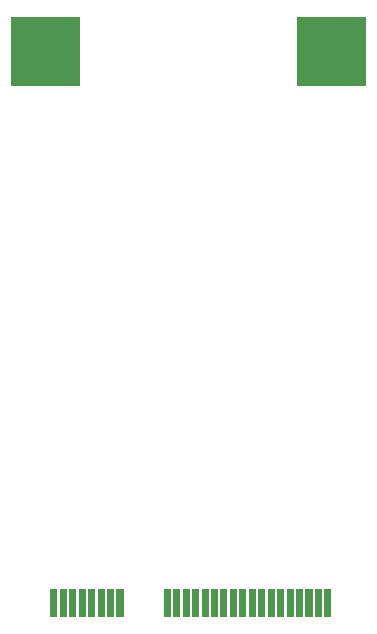
<source format=gbr>
G04 #@! TF.GenerationSoftware,KiCad,Pcbnew,5.1.5+dfsg1-2build2*
G04 #@! TF.CreationDate,2021-01-22T19:49:40+11:00*
G04 #@! TF.ProjectId,mPCIe-GNSS,6d504349-652d-4474-9e53-532e6b696361,1*
G04 #@! TF.SameCoordinates,Original*
G04 #@! TF.FileFunction,Soldermask,Bot*
G04 #@! TF.FilePolarity,Negative*
%FSLAX46Y46*%
G04 Gerber Fmt 4.6, Leading zero omitted, Abs format (unit mm)*
G04 Created by KiCad (PCBNEW 5.1.5+dfsg1-2build2) date 2021-01-22 19:49:40*
%MOMM*%
%LPD*%
G04 APERTURE LIST*
%ADD10C,0.350000*%
G04 APERTURE END LIST*
D10*
G36*
X135700000Y-129800000D02*
G01*
X135100000Y-129800000D01*
X135100000Y-127450000D01*
X135700000Y-127450000D01*
X135700000Y-129800000D01*
G37*
G36*
X126100000Y-129800000D02*
G01*
X125500000Y-129800000D01*
X125500000Y-127450000D01*
X126100000Y-127450000D01*
X126100000Y-129800000D01*
G37*
G36*
X126900000Y-129800000D02*
G01*
X126300000Y-129800000D01*
X126300000Y-127450000D01*
X126900000Y-127450000D01*
X126900000Y-129800000D01*
G37*
G36*
X127700000Y-129800000D02*
G01*
X127100000Y-129800000D01*
X127100000Y-127450000D01*
X127700000Y-127450000D01*
X127700000Y-129800000D01*
G37*
G36*
X128500000Y-129800000D02*
G01*
X127900000Y-129800000D01*
X127900000Y-127450000D01*
X128500000Y-127450000D01*
X128500000Y-129800000D01*
G37*
G36*
X129300000Y-129800000D02*
G01*
X128700000Y-129800000D01*
X128700000Y-127450000D01*
X129300000Y-127450000D01*
X129300000Y-129800000D01*
G37*
G36*
X130100000Y-129800000D02*
G01*
X129500000Y-129800000D01*
X129500000Y-127450000D01*
X130100000Y-127450000D01*
X130100000Y-129800000D01*
G37*
G36*
X130900000Y-129800000D02*
G01*
X130300000Y-129800000D01*
X130300000Y-127450000D01*
X130900000Y-127450000D01*
X130900000Y-129800000D01*
G37*
G36*
X131700000Y-129800000D02*
G01*
X131100000Y-129800000D01*
X131100000Y-127450000D01*
X131700000Y-127450000D01*
X131700000Y-129800000D01*
G37*
G36*
X149300000Y-129800000D02*
G01*
X148700000Y-129800000D01*
X148700000Y-127450000D01*
X149300000Y-127450000D01*
X149300000Y-129800000D01*
G37*
G36*
X147700000Y-129800000D02*
G01*
X147100000Y-129800000D01*
X147100000Y-127450000D01*
X147700000Y-127450000D01*
X147700000Y-129800000D01*
G37*
G36*
X146900000Y-129800000D02*
G01*
X146300000Y-129800000D01*
X146300000Y-127450000D01*
X146900000Y-127450000D01*
X146900000Y-129800000D01*
G37*
G36*
X148500000Y-129800000D02*
G01*
X147900000Y-129800000D01*
X147900000Y-127450000D01*
X148500000Y-127450000D01*
X148500000Y-129800000D01*
G37*
G36*
X145300000Y-129800000D02*
G01*
X144700000Y-129800000D01*
X144700000Y-127450000D01*
X145300000Y-127450000D01*
X145300000Y-129800000D01*
G37*
G36*
X144500000Y-129800000D02*
G01*
X143900000Y-129800000D01*
X143900000Y-127450000D01*
X144500000Y-127450000D01*
X144500000Y-129800000D01*
G37*
G36*
X143700000Y-129800000D02*
G01*
X143100000Y-129800000D01*
X143100000Y-127450000D01*
X143700000Y-127450000D01*
X143700000Y-129800000D01*
G37*
G36*
X142900000Y-129800000D02*
G01*
X142300000Y-129800000D01*
X142300000Y-127450000D01*
X142900000Y-127450000D01*
X142900000Y-129800000D01*
G37*
G36*
X142100000Y-129800000D02*
G01*
X141500000Y-129800000D01*
X141500000Y-127450000D01*
X142100000Y-127450000D01*
X142100000Y-129800000D01*
G37*
G36*
X141300000Y-129800000D02*
G01*
X140700000Y-129800000D01*
X140700000Y-127450000D01*
X141300000Y-127450000D01*
X141300000Y-129800000D01*
G37*
G36*
X140500000Y-129800000D02*
G01*
X139900000Y-129800000D01*
X139900000Y-127450000D01*
X140500000Y-127450000D01*
X140500000Y-129800000D01*
G37*
G36*
X139700000Y-129800000D02*
G01*
X139100000Y-129800000D01*
X139100000Y-127450000D01*
X139700000Y-127450000D01*
X139700000Y-129800000D01*
G37*
G36*
X138900000Y-129800000D02*
G01*
X138300000Y-129800000D01*
X138300000Y-127450000D01*
X138900000Y-127450000D01*
X138900000Y-129800000D01*
G37*
G36*
X138100000Y-129800000D02*
G01*
X137500000Y-129800000D01*
X137500000Y-127450000D01*
X138100000Y-127450000D01*
X138100000Y-129800000D01*
G37*
G36*
X137300000Y-129800000D02*
G01*
X136700000Y-129800000D01*
X136700000Y-127450000D01*
X137300000Y-127450000D01*
X137300000Y-129800000D01*
G37*
G36*
X136500000Y-129800000D02*
G01*
X135900000Y-129800000D01*
X135900000Y-127450000D01*
X136500000Y-127450000D01*
X136500000Y-129800000D01*
G37*
G36*
X146100000Y-129800000D02*
G01*
X145500000Y-129800000D01*
X145500000Y-127450000D01*
X146100000Y-127450000D01*
X146100000Y-129800000D01*
G37*
G36*
X152201507Y-79024857D02*
G01*
X152201969Y-79024902D01*
X152204873Y-79025480D01*
X152204877Y-79025480D01*
X152204881Y-79025481D01*
X152207293Y-79025961D01*
X152211840Y-79027844D01*
X152215933Y-79030579D01*
X152217667Y-79032313D01*
X152217678Y-79032322D01*
X152217687Y-79032333D01*
X152219421Y-79034067D01*
X152222156Y-79038160D01*
X152224039Y-79042707D01*
X152225098Y-79048031D01*
X152225143Y-79048493D01*
X152225290Y-79051477D01*
X152225290Y-84848523D01*
X152225143Y-84851507D01*
X152225098Y-84851969D01*
X152224039Y-84857293D01*
X152222156Y-84861840D01*
X152219421Y-84865933D01*
X152217687Y-84867667D01*
X152217678Y-84867678D01*
X152217667Y-84867687D01*
X152215933Y-84869421D01*
X152211840Y-84872156D01*
X152207293Y-84874039D01*
X152204881Y-84874519D01*
X152204877Y-84874520D01*
X152204873Y-84874520D01*
X152201969Y-84875098D01*
X152201507Y-84875143D01*
X152198523Y-84875290D01*
X146401477Y-84875290D01*
X146398493Y-84875143D01*
X146398031Y-84875098D01*
X146395127Y-84874520D01*
X146395123Y-84874520D01*
X146395119Y-84874519D01*
X146392707Y-84874039D01*
X146388160Y-84872156D01*
X146384067Y-84869421D01*
X146382333Y-84867687D01*
X146382322Y-84867678D01*
X146382313Y-84867667D01*
X146380579Y-84865933D01*
X146377844Y-84861840D01*
X146375961Y-84857293D01*
X146374902Y-84851969D01*
X146374857Y-84851507D01*
X146374710Y-84848523D01*
X146374710Y-79051477D01*
X146374857Y-79048493D01*
X146374902Y-79048031D01*
X146375961Y-79042707D01*
X146377844Y-79038160D01*
X146380579Y-79034067D01*
X146382313Y-79032333D01*
X146382322Y-79032322D01*
X146382333Y-79032313D01*
X146384067Y-79030579D01*
X146388160Y-79027844D01*
X146392707Y-79025961D01*
X146395119Y-79025481D01*
X146395123Y-79025480D01*
X146395127Y-79025480D01*
X146398031Y-79024902D01*
X146398493Y-79024857D01*
X146401477Y-79024710D01*
X152198523Y-79024710D01*
X152201507Y-79024857D01*
G37*
G36*
X128001507Y-79024857D02*
G01*
X128001969Y-79024902D01*
X128004873Y-79025480D01*
X128004877Y-79025480D01*
X128004881Y-79025481D01*
X128007293Y-79025961D01*
X128011840Y-79027844D01*
X128015933Y-79030579D01*
X128017667Y-79032313D01*
X128017678Y-79032322D01*
X128017687Y-79032333D01*
X128019421Y-79034067D01*
X128022156Y-79038160D01*
X128024039Y-79042707D01*
X128025098Y-79048031D01*
X128025143Y-79048493D01*
X128025290Y-79051477D01*
X128025290Y-84848523D01*
X128025143Y-84851507D01*
X128025098Y-84851969D01*
X128024039Y-84857293D01*
X128022156Y-84861840D01*
X128019421Y-84865933D01*
X128017687Y-84867667D01*
X128017678Y-84867678D01*
X128017667Y-84867687D01*
X128015933Y-84869421D01*
X128011840Y-84872156D01*
X128007293Y-84874039D01*
X128004881Y-84874519D01*
X128004877Y-84874520D01*
X128004873Y-84874520D01*
X128001969Y-84875098D01*
X128001507Y-84875143D01*
X127998523Y-84875290D01*
X122201477Y-84875290D01*
X122198493Y-84875143D01*
X122198031Y-84875098D01*
X122195127Y-84874520D01*
X122195123Y-84874520D01*
X122195119Y-84874519D01*
X122192707Y-84874039D01*
X122188160Y-84872156D01*
X122184067Y-84869421D01*
X122182333Y-84867687D01*
X122182322Y-84867678D01*
X122182313Y-84867667D01*
X122180579Y-84865933D01*
X122177844Y-84861840D01*
X122175961Y-84857293D01*
X122174902Y-84851969D01*
X122174857Y-84851507D01*
X122174710Y-84848523D01*
X122174710Y-79051477D01*
X122174857Y-79048493D01*
X122174902Y-79048031D01*
X122175961Y-79042707D01*
X122177844Y-79038160D01*
X122180579Y-79034067D01*
X122182313Y-79032333D01*
X122182322Y-79032322D01*
X122182333Y-79032313D01*
X122184067Y-79030579D01*
X122188160Y-79027844D01*
X122192707Y-79025961D01*
X122195119Y-79025481D01*
X122195123Y-79025480D01*
X122195127Y-79025480D01*
X122198031Y-79024902D01*
X122198493Y-79024857D01*
X122201477Y-79024710D01*
X127998523Y-79024710D01*
X128001507Y-79024857D01*
G37*
M02*

</source>
